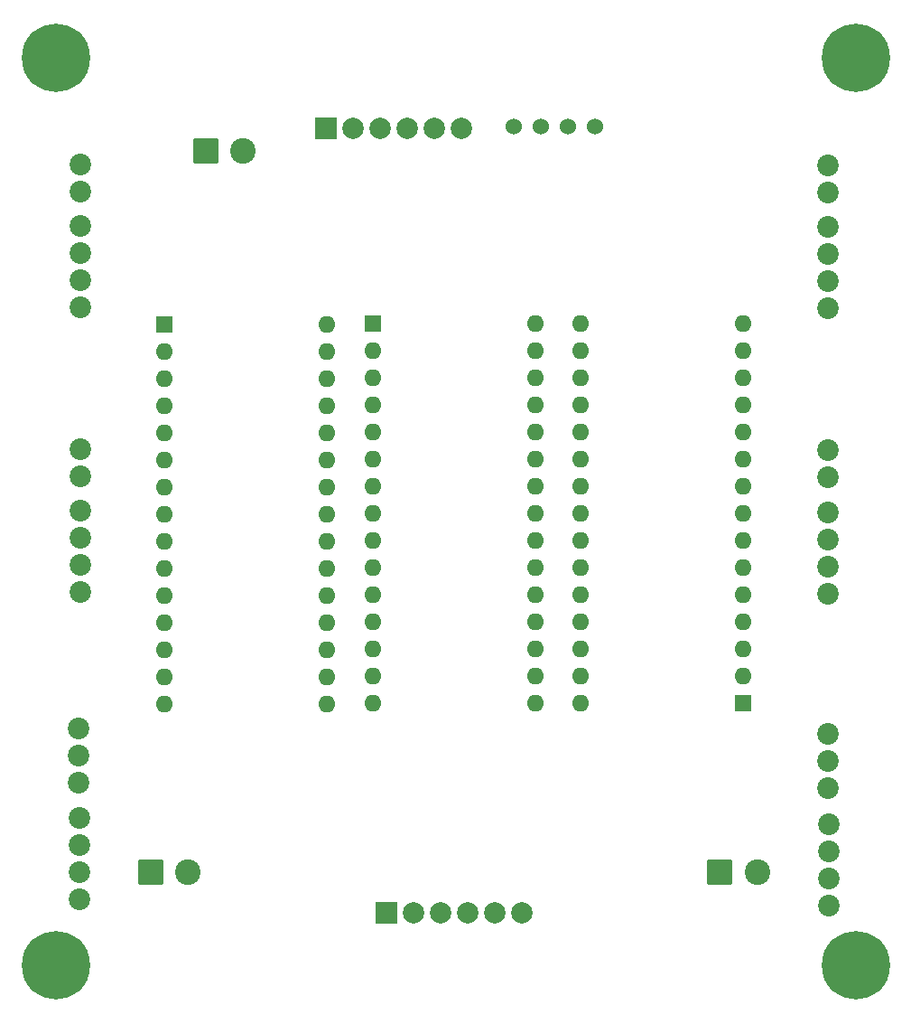
<source format=gbr>
%TF.GenerationSoftware,KiCad,Pcbnew,9.0.0-1.fc41*%
%TF.CreationDate,2025-04-20T16:26:28+02:00*%
%TF.ProjectId,main_board,6d61696e-5f62-46f6-9172-642e6b696361,v1.0*%
%TF.SameCoordinates,Original*%
%TF.FileFunction,Soldermask,Bot*%
%TF.FilePolarity,Negative*%
%FSLAX46Y46*%
G04 Gerber Fmt 4.6, Leading zero omitted, Abs format (unit mm)*
G04 Created by KiCad (PCBNEW 9.0.0-1.fc41) date 2025-04-20 16:26:28*
%MOMM*%
%LPD*%
G01*
G04 APERTURE LIST*
G04 Aperture macros list*
%AMRoundRect*
0 Rectangle with rounded corners*
0 $1 Rounding radius*
0 $2 $3 $4 $5 $6 $7 $8 $9 X,Y pos of 4 corners*
0 Add a 4 corners polygon primitive as box body*
4,1,4,$2,$3,$4,$5,$6,$7,$8,$9,$2,$3,0*
0 Add four circle primitives for the rounded corners*
1,1,$1+$1,$2,$3*
1,1,$1+$1,$4,$5*
1,1,$1+$1,$6,$7*
1,1,$1+$1,$8,$9*
0 Add four rect primitives between the rounded corners*
20,1,$1+$1,$2,$3,$4,$5,0*
20,1,$1+$1,$4,$5,$6,$7,0*
20,1,$1+$1,$6,$7,$8,$9,0*
20,1,$1+$1,$8,$9,$2,$3,0*%
G04 Aperture macros list end*
%ADD10R,2.000000X2.000000*%
%ADD11C,2.000000*%
%ADD12C,2.020000*%
%ADD13RoundRect,0.250001X-0.949999X-0.949999X0.949999X-0.949999X0.949999X0.949999X-0.949999X0.949999X0*%
%ADD14C,2.400000*%
%ADD15C,6.400000*%
%ADD16C,1.530000*%
%ADD17R,1.600000X1.600000*%
%ADD18O,1.600000X1.600000*%
G04 APERTURE END LIST*
D10*
%TO.C,J3*%
X142440000Y-119545000D03*
D11*
X144980000Y-119545000D03*
X147520000Y-119545000D03*
X150060000Y-119545000D03*
X152600000Y-119545000D03*
X155140000Y-119545000D03*
%TD*%
D12*
%TO.C,J15*%
X183900000Y-118870000D03*
X183900000Y-116330000D03*
X183900000Y-113790000D03*
X183900000Y-111250000D03*
%TD*%
%TO.C,J19*%
X183820000Y-78800000D03*
X183820000Y-76260000D03*
%TD*%
%TO.C,J2*%
X113700000Y-76105000D03*
X113700000Y-78645000D03*
%TD*%
D13*
%TO.C,J11*%
X173700000Y-115800000D03*
D14*
X177200000Y-115800000D03*
%TD*%
D12*
%TO.C,J16*%
X183820000Y-89670000D03*
X183820000Y-87130000D03*
X183820000Y-84590000D03*
X183820000Y-82050000D03*
%TD*%
%TO.C,J10*%
X113700000Y-49495000D03*
X113700000Y-52035000D03*
%TD*%
%TO.C,J17*%
X183800000Y-62955000D03*
X183800000Y-60415000D03*
X183800000Y-57875000D03*
X183800000Y-55335000D03*
%TD*%
D15*
%TO.C,H2*%
X186423250Y-124500000D03*
%TD*%
D12*
%TO.C,J14*%
X113620000Y-110710000D03*
X113620000Y-113250000D03*
X113620000Y-115790000D03*
X113620000Y-118330000D03*
%TD*%
%TO.C,J20*%
X183800000Y-52060000D03*
X183800000Y-49520000D03*
%TD*%
D13*
%TO.C,J1*%
X120350000Y-115800000D03*
D14*
X123850000Y-115800000D03*
%TD*%
D12*
%TO.C,J22*%
X183850000Y-107850000D03*
X183850000Y-105310000D03*
X183850000Y-102770000D03*
%TD*%
D13*
%TO.C,J18*%
X125500000Y-48200000D03*
D14*
X129000000Y-48200000D03*
%TD*%
D12*
%TO.C,J12*%
X113700000Y-55245000D03*
X113700000Y-57785000D03*
X113700000Y-60325000D03*
X113700000Y-62865000D03*
%TD*%
D16*
%TO.C,U1*%
X162010000Y-45900000D03*
X159470000Y-45900000D03*
X156930000Y-45900000D03*
X154390000Y-45900000D03*
%TD*%
D10*
%TO.C,J5*%
X136800000Y-46100000D03*
D11*
X139340000Y-46100000D03*
X141880000Y-46100000D03*
X144420000Y-46100000D03*
X146960000Y-46100000D03*
X149500000Y-46100000D03*
%TD*%
D15*
%TO.C,H1*%
X111436750Y-124500000D03*
%TD*%
D17*
%TO.C,Slave2*%
X175840000Y-99950000D03*
D18*
X175840000Y-97410000D03*
X175840000Y-94870000D03*
X175840000Y-92330000D03*
X175840000Y-89790000D03*
X175840000Y-87250000D03*
X175840000Y-84710000D03*
X175840000Y-82170000D03*
X175840000Y-79630000D03*
X175840000Y-77090000D03*
X175840000Y-74550000D03*
X175840000Y-72010000D03*
X175840000Y-69470000D03*
X175840000Y-66930000D03*
X175840000Y-64390000D03*
X160600000Y-64390000D03*
X160600000Y-66930000D03*
X160600000Y-69470000D03*
X160600000Y-72010000D03*
X160600000Y-74550000D03*
X160600000Y-77090000D03*
X160600000Y-79630000D03*
X160600000Y-82170000D03*
X160600000Y-84710000D03*
X160600000Y-87250000D03*
X160600000Y-89790000D03*
X160600000Y-92330000D03*
X160600000Y-94870000D03*
X160600000Y-97410000D03*
X160600000Y-99950000D03*
%TD*%
D15*
%TO.C,H4*%
X186423250Y-39500000D03*
%TD*%
D17*
%TO.C,Master1*%
X141200000Y-64400000D03*
D18*
X141200000Y-66940000D03*
X141200000Y-69480000D03*
X141200000Y-72020000D03*
X141200000Y-74560000D03*
X141200000Y-77100000D03*
X141200000Y-79640000D03*
X141200000Y-82180000D03*
X141200000Y-84720000D03*
X141200000Y-87260000D03*
X141200000Y-89800000D03*
X141200000Y-92340000D03*
X141200000Y-94880000D03*
X141200000Y-97420000D03*
X141200000Y-99960000D03*
X156440000Y-99960000D03*
X156440000Y-97420000D03*
X156440000Y-94880000D03*
X156440000Y-92340000D03*
X156440000Y-89800000D03*
X156440000Y-87260000D03*
X156440000Y-84720000D03*
X156440000Y-82180000D03*
X156440000Y-79640000D03*
X156440000Y-77100000D03*
X156440000Y-74560000D03*
X156440000Y-72020000D03*
X156440000Y-69480000D03*
X156440000Y-66940000D03*
X156440000Y-64400000D03*
%TD*%
D17*
%TO.C,Slave1*%
X121595000Y-64455000D03*
D18*
X121595000Y-66995000D03*
X121595000Y-69535000D03*
X121595000Y-72075000D03*
X121595000Y-74615000D03*
X121595000Y-77155000D03*
X121595000Y-79695000D03*
X121595000Y-82235000D03*
X121595000Y-84775000D03*
X121595000Y-87315000D03*
X121595000Y-89855000D03*
X121595000Y-92395000D03*
X121595000Y-94935000D03*
X121595000Y-97475000D03*
X121595000Y-100015000D03*
X136835000Y-100015000D03*
X136835000Y-97475000D03*
X136835000Y-94935000D03*
X136835000Y-92395000D03*
X136835000Y-89855000D03*
X136835000Y-87315000D03*
X136835000Y-84775000D03*
X136835000Y-82235000D03*
X136835000Y-79695000D03*
X136835000Y-77155000D03*
X136835000Y-74615000D03*
X136835000Y-72075000D03*
X136835000Y-69535000D03*
X136835000Y-66995000D03*
X136835000Y-64455000D03*
%TD*%
D12*
%TO.C,J13*%
X113700000Y-81895000D03*
X113700000Y-84435000D03*
X113700000Y-86975000D03*
X113700000Y-89515000D03*
%TD*%
%TO.C,J21*%
X113600000Y-102270000D03*
X113600000Y-104810000D03*
X113600000Y-107350000D03*
%TD*%
D15*
%TO.C,H3*%
X111436750Y-39500000D03*
%TD*%
M02*

</source>
